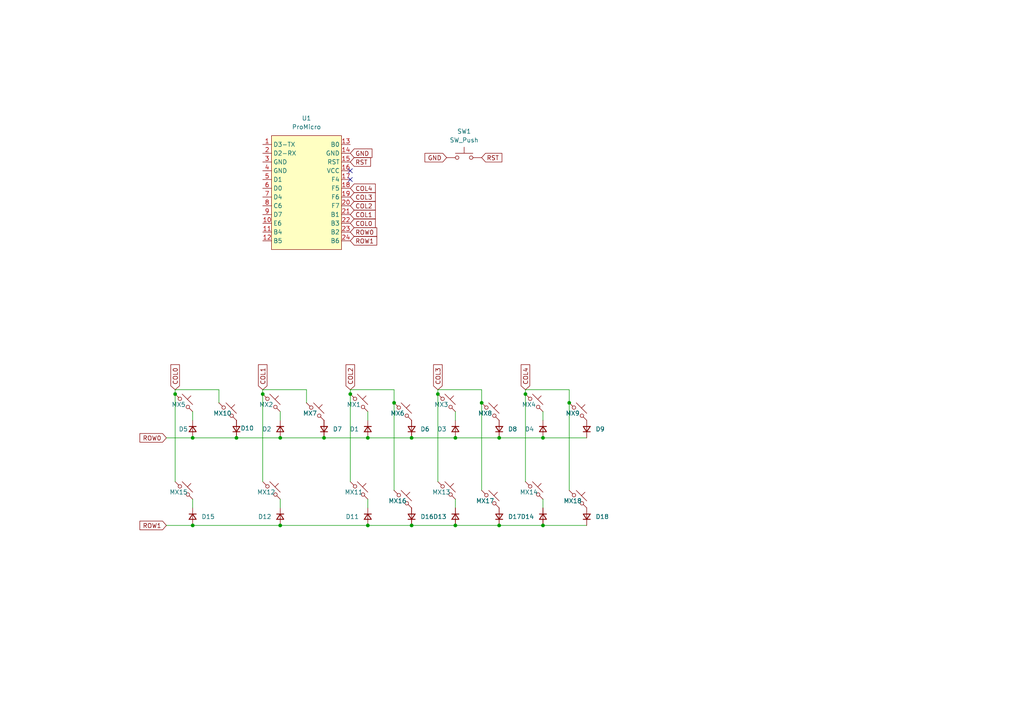
<source format=kicad_sch>
(kicad_sch (version 20250114) (generator "eeschema") (generator_version "9.0")
  (paper "A4")
  (lib_symbols
    (symbol "Device:D_Small" (pin_numbers (hide yes)) (pin_names (offset 0.254) (hide yes))
      (property "Reference" "D" (at -1.27 2.032 0))
      (property "Value" "D_Small" (at -3.81 -2.032 0))
      (symbol "D_Small_0_1"
        (polyline (pts (xy -0.762 0) (xy 0.762 0)))
        (polyline (pts (xy -0.762 -1.016) (xy -0.762 1.016)) (stroke (width 0.254)))
        (polyline (pts (xy 0.762 -1.016) (xy -0.762 0) (xy 0.762 1.016) (xy 0.762 -1.016)) (stroke (width 0.254)))
      )
      (symbol "D_Small_1_1"
        (pin passive line (at -2.54 0 0) (length 1.778) (name "K") (number "1"))
        (pin passive line (at 2.54 0 180) (length 1.778) (name "A") (number "2"))
      )
    )
    (symbol "Switch:SW_Push" (pin_numbers (hide yes)) (pin_names (offset 1.016) (hide yes))
      (property "Reference" "SW" (at 1.27 2.54 0))
      (property "Value" "SW_Push" (at 0 -1.524 0))
      (symbol "SW_Push_0_1"
        (circle (center -2.032 0) (radius 0.508))
        (polyline (pts (xy 0 1.27) (xy 0 3.048)))
        (circle (center 2.032 0) (radius 0.508))
        (polyline (pts (xy 2.54 1.27) (xy -2.54 1.27)))
        (pin passive line (at -5.08 0 0) (length 2.54) (name "1") (number "1"))
        (pin passive line (at 5.08 0 180) (length 2.54) (name "2") (number "2"))
      )
    )
    (symbol "marbastlib-mx:MX_SW_solder" (pin_numbers (hide yes)) (pin_names (offset 1.016) (hide yes))
      (property "Reference" "MX" (at 3.048 1.016 0))
      (property "Value" "MX_SW_solder" (at 0 -3.81 0))
      (symbol "MX_SW_solder_0_1"
        (polyline (pts (xy -2.54 2.54) (xy -1.524 1.524) (xy -1.524 1.524)))
        (circle (center -1.1684 1.1684) (radius 0.508))
        (polyline (pts (xy -0.508 2.54) (xy 2.54 -0.508)))
        (polyline (pts (xy 1.016 1.016) (xy 2.032 2.032)))
        (circle (center 1.143 -1.1938) (radius 0.508))
        (polyline (pts (xy 1.524 -1.524) (xy 2.54 -2.54) (xy 2.54 -2.54) (xy 2.54 -2.54)))
        (pin passive line (at -2.54 2.54 0) (length 0) (name "1") (number "1"))
        (pin passive line (at 2.54 -2.54 180) (length 0) (name "2") (number "2"))
      )
    )
    (symbol "marbastlib-promicroish:Arduino_ProMicro" (in_bom no)
      (property "Reference" "U" (at 0 20.32 0))
      (property "Value" "ProMicro" (at 0 17.78 0))
      (symbol "Arduino_ProMicro_0_0"
        (pin bidirectional line (at -12.7 13.97 0) (length 2.54) (name "D3-TX") (number "1"))
        (pin bidirectional line (at -12.7 11.43 0) (length 2.54) (name "D2-RX") (number "2"))
        (pin power_out line (at -12.7 8.89 0) (length 2.54) (name "GND") (number "3"))
        (pin power_out line (at -12.7 6.35 0) (length 2.54) (name "GND") (number "4"))
        (pin bidirectional line (at -12.7 3.81 0) (length 2.54) (name "D1") (number "5"))
        (pin bidirectional line (at -12.7 1.27 0) (length 2.54) (name "D0") (number "6"))
        (pin bidirectional line (at -12.7 -1.27 0) (length 2.54) (name "D4") (number "7"))
        (pin bidirectional line (at -12.7 -3.81 0) (length 2.54) (name "C6") (number "8"))
        (pin bidirectional line (at -12.7 -6.35 0) (length 2.54) (name "D7") (number "9"))
        (pin bidirectional line (at -12.7 -8.89 0) (length 2.54) (name "E6") (number "10"))
        (pin bidirectional line (at -12.7 -11.43 0) (length 2.54) (name "B4") (number "11"))
        (pin bidirectional line (at -12.7 -13.97 0) (length 2.54) (name "B5") (number "12"))
        (pin power_out line (at 12.7 11.43 180) (length 2.54) (name "GND") (number "14"))
        (pin bidirectional line (at 12.7 8.89 180) (length 2.54) (name "RST") (number "15"))
        (pin bidirectional line (at 12.7 3.81 180) (length 2.54) (name "F4") (number "17"))
        (pin bidirectional line (at 12.7 1.27 180) (length 2.54) (name "F5") (number "18"))
        (pin bidirectional line (at 12.7 -1.27 180) (length 2.54) (name "F6") (number "19"))
        (pin bidirectional line (at 12.7 -3.81 180) (length 2.54) (name "F7") (number "20"))
        (pin bidirectional line (at 12.7 -6.35 180) (length 2.54) (name "B1") (number "21"))
        (pin bidirectional line (at 12.7 -8.89 180) (length 2.54) (name "B3") (number "22"))
        (pin bidirectional line (at 12.7 -11.43 180) (length 2.54) (name "B2") (number "23"))
        (pin bidirectional line (at 12.7 -13.97 180) (length 2.54) (name "B6") (number "24"))
      )
      (symbol "Arduino_ProMicro_1_0"
        (pin bidirectional line (at 12.7 13.97 180) (length 2.54) (name "B0") (number "13"))
        (pin power_out line (at 12.7 6.35 180) (length 2.54) (name "VCC") (number "16"))
      )
      (symbol "Arduino_ProMicro_1_1"
        (rectangle (start -10.16 16.51) (end 10.16 -16.51) (fill (type background)))
      )
    )
  )
  (junction (at 106.68 127))
  (junction (at 139.7 116.84))
  (junction (at 106.68 152.4))
  (junction (at 114.3 116.84))
  (junction (at 144.78 152.4))
  (junction (at 132.08 152.4))
  (junction (at 157.48 127))
  (junction (at 165.1 116.84))
  (junction (at 76.2 114.3))
  (junction (at 132.08 127))
  (junction (at 81.28 152.4))
  (junction (at 50.8 114.3))
  (junction (at 119.38 152.4))
  (junction (at 68.58 127))
  (junction (at 93.98 127))
  (junction (at 152.4 114.3))
  (junction (at 127 114.3))
  (junction (at 144.78 127))
  (junction (at 81.28 127))
  (junction (at 119.38 127))
  (junction (at 157.48 152.4))
  (junction (at 55.88 127))
  (junction (at 101.6 114.3))
  (junction (at 55.88 152.4))
  (no_connect (at 101.6 49.53))
  (no_connect (at 101.6 52.07))
  (wire (pts (xy 50.8 113.03) (xy 50.8 114.3)))
  (wire (pts (xy 157.48 127) (xy 170.18 127)))
  (wire (pts (xy 63.5 113.03) (xy 50.8 113.03)))
  (wire (pts (xy 63.5 116.84) (xy 63.5 113.03)))
  (wire (pts (xy 165.1 116.84) (xy 165.1 113.03)))
  (wire (pts (xy 132.08 152.4) (xy 144.78 152.4)))
  (wire (pts (xy 55.88 121.92) (xy 55.88 119.38)))
  (wire (pts (xy 165.1 113.03) (xy 152.4 113.03)))
  (wire (pts (xy 81.28 121.92) (xy 81.28 119.38)))
  (wire (pts (xy 152.4 114.3) (xy 152.4 139.7)))
  (wire (pts (xy 88.9 113.03) (xy 76.2 113.03)))
  (wire (pts (xy 132.08 147.32) (xy 132.08 144.78)))
  (wire (pts (xy 106.68 121.92) (xy 106.68 119.38)))
  (wire (pts (xy 152.4 113.03) (xy 152.4 114.3)))
  (wire (pts (xy 114.3 113.03) (xy 101.6 113.03)))
  (wire (pts (xy 48.26 127) (xy 55.88 127)))
  (wire (pts (xy 157.48 147.32) (xy 157.48 144.78)))
  (wire (pts (xy 127 113.03) (xy 127 114.3)))
  (wire (pts (xy 48.26 152.4) (xy 55.88 152.4)))
  (wire (pts (xy 139.7 116.84) (xy 139.7 113.03)))
  (wire (pts (xy 55.88 127) (xy 68.58 127)))
  (wire (pts (xy 81.28 147.32) (xy 81.28 144.78)))
  (wire (pts (xy 157.48 121.92) (xy 157.48 119.38)))
  (wire (pts (xy 114.3 116.84) (xy 114.3 142.24)))
  (wire (pts (xy 119.38 152.4) (xy 132.08 152.4)))
  (wire (pts (xy 81.28 152.4) (xy 106.68 152.4)))
  (wire (pts (xy 81.28 127) (xy 68.58 127)))
  (wire (pts (xy 114.3 116.84) (xy 114.3 113.03)))
  (wire (pts (xy 101.6 113.03) (xy 101.6 114.3)))
  (wire (pts (xy 139.7 116.84) (xy 139.7 142.24)))
  (wire (pts (xy 101.6 114.3) (xy 101.6 139.7)))
  (wire (pts (xy 93.98 127) (xy 106.68 127)))
  (wire (pts (xy 106.68 127) (xy 119.38 127)))
  (wire (pts (xy 50.8 114.3) (xy 50.8 139.7)))
  (wire (pts (xy 165.1 116.84) (xy 165.1 142.24)))
  (wire (pts (xy 88.9 116.84) (xy 88.9 113.03)))
  (wire (pts (xy 157.48 152.4) (xy 170.18 152.4)))
  (wire (pts (xy 144.78 127) (xy 157.48 127)))
  (wire (pts (xy 139.7 113.03) (xy 127 113.03)))
  (wire (pts (xy 93.98 127) (xy 81.28 127)))
  (wire (pts (xy 76.2 114.3) (xy 76.2 139.7)))
  (wire (pts (xy 106.68 147.32) (xy 106.68 144.78)))
  (wire (pts (xy 132.08 127) (xy 144.78 127)))
  (wire (pts (xy 106.68 152.4) (xy 119.38 152.4)))
  (wire (pts (xy 119.38 127) (xy 132.08 127)))
  (wire (pts (xy 55.88 152.4) (xy 81.28 152.4)))
  (wire (pts (xy 132.08 121.92) (xy 132.08 119.38)))
  (wire (pts (xy 76.2 113.03) (xy 76.2 114.3)))
  (wire (pts (xy 55.88 147.32) (xy 55.88 144.78)))
  (wire (pts (xy 127 114.3) (xy 127 139.7)))
  (wire (pts (xy 144.78 152.4) (xy 157.48 152.4)))
  (global_label "ROW1" (shape input) (at 101.6 69.85 0) (property "Intersheetrefs" "${INTERSHEET_REFS}" (effects (hide yes))))
  (global_label "ROW0" (shape input) (at 101.6 67.31 0) (property "Intersheetrefs" "${INTERSHEET_REFS}" (effects (hide yes))))
  (global_label "GND" (shape input) (at 101.6 44.45 0) (property "Intersheetrefs" "${INTERSHEET_REFS}" (effects (hide yes))))
  (global_label "COL0" (shape input) (at 50.8 113.03 90) (property "Intersheetrefs" "${INTERSHEET_REFS}" (effects (hide yes))))
  (global_label "COL0" (shape input) (at 101.6 64.77 0) (property "Intersheetrefs" "${INTERSHEET_REFS}" (effects (hide yes))))
  (global_label "COL1" (shape input) (at 76.2 113.03 90) (property "Intersheetrefs" "${INTERSHEET_REFS}" (effects (hide yes))))
  (global_label "COL3" (shape input) (at 101.6 57.15 0) (property "Intersheetrefs" "${INTERSHEET_REFS}" (effects (hide yes))))
  (global_label "COL2" (shape input) (at 101.6 113.03 90) (property "Intersheetrefs" "${INTERSHEET_REFS}" (effects (hide yes))))
  (global_label "COL4" (shape input) (at 152.4 113.03 90) (property "Intersheetrefs" "${INTERSHEET_REFS}" (effects (hide yes))))
  (global_label "RST" (shape input) (at 101.6 46.99 0) (property "Intersheetrefs" "${INTERSHEET_REFS}" (effects (hide yes))))
  (global_label "COL1" (shape input) (at 101.6 62.23 0) (property "Intersheetrefs" "${INTERSHEET_REFS}" (effects (hide yes))))
  (global_label "COL4" (shape input) (at 101.6 54.61 0) (property "Intersheetrefs" "${INTERSHEET_REFS}" (effects (hide yes))))
  (global_label "ROW1" (shape input) (at 48.26 152.4 180) (property "Intersheetrefs" "${INTERSHEET_REFS}" (effects (hide yes))))
  (global_label "COL3" (shape input) (at 127 113.03 90) (property "Intersheetrefs" "${INTERSHEET_REFS}" (effects (hide yes))))
  (global_label "ROW0" (shape input) (at 48.26 127 180) (property "Intersheetrefs" "${INTERSHEET_REFS}" (effects (hide yes))))
  (global_label "COL2" (shape input) (at 101.6 59.69 0) (property "Intersheetrefs" "${INTERSHEET_REFS}" (effects (hide yes))))
  (global_label "RST" (shape input) (at 139.7 45.72 0) (property "Intersheetrefs" "${INTERSHEET_REFS}" (effects (hide yes))))
  (global_label "GND" (shape input) (at 129.54 45.72 180) (property "Intersheetrefs" "${INTERSHEET_REFS}" (effects (hide yes))))
  (symbol (lib_id "marbastlib-mx:MX_SW_solder") (at 53.34 116.84 0) (unit 1)
    (property "Reference" "MX5" (at 51.816 117.348 0))
    (property "Value" "MX_SW_solder" (effects (hide yes)))
    (property "Footprint" "marbastlib-mx:SW_MX_1u_rev" (effects (hide yes)))
    (property "Description" "Push button switch, normally open, two pins, 45° tilted" (effects (hide yes)))
  )
  (symbol (lib_id "marbastlib-mx:MX_SW_solder") (at 129.54 116.84 0) (unit 1)
    (property "Reference" "MX3" (at 128.016 117.348 0))
    (property "Value" "MX_SW_solder" (effects (hide yes)))
    (property "Footprint" "marbastlib-mx:SW_MX_1u_rev" (effects (hide yes)))
    (property "Description" "Push button switch, normally open, two pins, 45° tilted" (effects (hide yes)))
  )
  (symbol (lib_id "Device:D_Small") (at 93.98 124.46 90) (unit 1)
    (property "Reference" "D7" (at 96.52 124.4599 90) (effects (justify right)))
    (property "Value" "D_Small" (effects (hide yes)))
    (property "Footprint" "Diode_THT:D_A-405_P7.62mm_Horizontal" (effects (hide yes)))
    (property "Description" "Diode, small symbol" (effects (hide yes)))
    (property "Sim.Device" "D" (effects (hide yes)))
    (property "Sim.Pins" "1=K 2=A" (effects (hide yes)))
  )
  (symbol (lib_id "marbastlib-mx:MX_SW_solder") (at 154.94 142.24 0) (unit 1)
    (property "Reference" "MX14" (at 153.416 142.748 0))
    (property "Value" "MX_SW_solder" (effects (hide yes)))
    (property "Footprint" "marbastlib-mx:SW_MX_1u_rev" (effects (hide yes)))
    (property "Description" "Push button switch, normally open, two pins, 45° tilted" (effects (hide yes)))
  )
  (symbol (lib_id "marbastlib-mx:MX_SW_solder") (at 104.14 116.84 0) (unit 1)
    (property "Reference" "MX1" (at 102.616 117.348 0))
    (property "Value" "MX_SW_solder" (effects (hide yes)))
    (property "Footprint" "marbastlib-mx:SW_MX_1u_rev" (effects (hide yes)))
    (property "Description" "Push button switch, normally open, two pins, 45° tilted" (effects (hide yes)))
  )
  (symbol (lib_id "Device:D_Small") (at 157.48 149.86 270) (unit 1)
    (property "Reference" "D14" (at 154.94 149.8599 90) (effects (justify right)))
    (property "Value" "D_Small" (effects (hide yes)))
    (property "Footprint" "Diode_THT:D_A-405_P7.62mm_Horizontal" (effects (hide yes)))
    (property "Description" "Diode, small symbol" (effects (hide yes)))
    (property "Sim.Device" "D" (effects (hide yes)))
    (property "Sim.Pins" "1=K 2=A" (effects (hide yes)))
  )
  (symbol (lib_id "marbastlib-promicroish:Arduino_ProMicro") (at 88.9 55.88 0) (unit 1) (in_bom no)
    (property "Reference" "U1" (at 88.9 34.29 0))
    (property "Value" "ProMicro" (at 88.9 36.83 0))
    (property "Footprint" "marbastlib-xp-promicroish:ProMicro_Reversible_Single" (effects (hide yes)))
    (property "Description" "Symbol for an Arduino Pro Micro" (effects (hide yes)))
  )
  (symbol (lib_id "Device:D_Small") (at 55.88 149.86 270) (unit 1)
    (property "Reference" "D15" (at 58.42 149.8599 90) (effects (justify left)))
    (property "Value" "D_Small" (effects (hide yes)))
    (property "Footprint" "Diode_THT:D_A-405_P7.62mm_Horizontal" (effects (hide yes)))
    (property "Description" "Diode, small symbol" (effects (hide yes)))
    (property "Sim.Device" "D" (effects (hide yes)))
    (property "Sim.Pins" "1=K 2=A" (effects (hide yes)))
  )
  (symbol (lib_id "marbastlib-mx:MX_SW_solder") (at 142.24 119.38 0) (unit 1)
    (property "Reference" "MX8" (at 140.716 119.888 0))
    (property "Value" "MX_SW_solder" (effects (hide yes)))
    (property "Footprint" "marbastlib-mx:SW_MX_1u_rev" (effects (hide yes)))
    (property "Description" "Push button switch, normally open, two pins, 45° tilted" (effects (hide yes)))
  )
  (symbol (lib_id "Device:D_Small") (at 170.18 124.46 90) (unit 1)
    (property "Reference" "D9" (at 172.72 124.4599 90) (effects (justify right)))
    (property "Value" "D_Small" (effects (hide yes)))
    (property "Footprint" "Diode_THT:D_A-405_P7.62mm_Horizontal" (effects (hide yes)))
    (property "Description" "Diode, small symbol" (effects (hide yes)))
    (property "Sim.Device" "D" (effects (hide yes)))
    (property "Sim.Pins" "1=K 2=A" (effects (hide yes)))
  )
  (symbol (lib_id "marbastlib-mx:MX_SW_solder") (at 104.14 142.24 0) (unit 1)
    (property "Reference" "MX11" (at 102.616 142.748 0))
    (property "Value" "MX_SW_solder" (effects (hide yes)))
    (property "Footprint" "marbastlib-mx:SW_MX_1u_rev" (effects (hide yes)))
    (property "Description" "Push button switch, normally open, two pins, 45° tilted" (effects (hide yes)))
  )
  (symbol (lib_id "marbastlib-mx:MX_SW_solder") (at 78.74 116.84 0) (unit 1)
    (property "Reference" "MX2" (at 77.216 117.348 0))
    (property "Value" "MX_SW_solder" (effects (hide yes)))
    (property "Footprint" "marbastlib-mx:SW_MX_1u_rev" (effects (hide yes)))
    (property "Description" "Push button switch, normally open, two pins, 45° tilted" (effects (hide yes)))
  )
  (symbol (lib_id "Device:D_Small") (at 132.08 149.86 270) (unit 1)
    (property "Reference" "D13" (at 129.54 149.8599 90) (effects (justify right)))
    (property "Value" "D_Small" (effects (hide yes)))
    (property "Footprint" "Diode_THT:D_A-405_P7.62mm_Horizontal" (effects (hide yes)))
    (property "Description" "Diode, small symbol" (effects (hide yes)))
    (property "Sim.Device" "D" (effects (hide yes)))
    (property "Sim.Pins" "1=K 2=A" (effects (hide yes)))
  )
  (symbol (lib_id "marbastlib-mx:MX_SW_solder") (at 116.84 119.38 0) (unit 1)
    (property "Reference" "MX6" (at 115.316 119.888 0))
    (property "Value" "MX_SW_solder" (effects (hide yes)))
    (property "Footprint" "marbastlib-mx:SW_MX_1u_rev" (effects (hide yes)))
    (property "Description" "Push button switch, normally open, two pins, 45° tilted" (effects (hide yes)))
  )
  (symbol (lib_id "Device:D_Small") (at 119.38 124.46 90) (unit 1)
    (property "Reference" "D6" (at 121.92 124.4599 90) (effects (justify right)))
    (property "Value" "D_Small" (effects (hide yes)))
    (property "Footprint" "Diode_THT:D_A-405_P7.62mm_Horizontal" (effects (hide yes)))
    (property "Description" "Diode, small symbol" (effects (hide yes)))
    (property "Sim.Device" "D" (effects (hide yes)))
    (property "Sim.Pins" "1=K 2=A" (effects (hide yes)))
  )
  (symbol (lib_id "Device:D_Small") (at 68.58 124.46 90) (unit 1)
    (property "Reference" "D10" (at 73.66 124.206 90) (effects (justify left)))
    (property "Value" "D_Small" (effects (hide yes)))
    (property "Footprint" "Diode_THT:D_A-405_P7.62mm_Horizontal" (effects (hide yes)))
    (property "Description" "Diode, small symbol" (effects (hide yes)))
    (property "Sim.Device" "D" (effects (hide yes)))
    (property "Sim.Pins" "1=K 2=A" (effects (hide yes)))
  )
  (symbol (lib_id "marbastlib-mx:MX_SW_solder") (at 91.44 119.38 0) (unit 1)
    (property "Reference" "MX7" (at 89.916 119.888 0))
    (property "Value" "MX_SW_solder" (effects (hide yes)))
    (property "Footprint" "marbastlib-mx:SW_MX_1u_rev" (effects (hide yes)))
    (property "Description" "Push button switch, normally open, two pins, 45° tilted" (effects (hide yes)))
  )
  (symbol (lib_id "marbastlib-mx:MX_SW_solder") (at 53.34 142.24 0) (unit 1)
    (property "Reference" "MX15" (at 51.816 142.748 0))
    (property "Value" "MX_SW_solder" (effects (hide yes)))
    (property "Footprint" "marbastlib-mx:SW_MX_1u_rev" (effects (hide yes)))
    (property "Description" "Push button switch, normally open, two pins, 45° tilted" (effects (hide yes)))
  )
  (symbol (lib_id "marbastlib-mx:MX_SW_solder") (at 129.54 142.24 0) (unit 1)
    (property "Reference" "MX13" (at 128.016 142.748 0))
    (property "Value" "MX_SW_solder" (effects (hide yes)))
    (property "Footprint" "marbastlib-mx:SW_MX_1u_rev" (effects (hide yes)))
    (property "Description" "Push button switch, normally open, two pins, 45° tilted" (effects (hide yes)))
  )
  (symbol (lib_id "Device:D_Small") (at 106.68 149.86 270) (unit 1)
    (property "Reference" "D11" (at 104.14 149.8599 90) (effects (justify right)))
    (property "Value" "D_Small" (effects (hide yes)))
    (property "Footprint" "Diode_THT:D_A-405_P7.62mm_Horizontal" (effects (hide yes)))
    (property "Description" "Diode, small symbol" (effects (hide yes)))
    (property "Sim.Device" "D" (effects (hide yes)))
    (property "Sim.Pins" "1=K 2=A" (effects (hide yes)))
  )
  (symbol (lib_id "Device:D_Small") (at 157.48 124.46 270) (unit 1)
    (property "Reference" "D4" (at 154.94 124.4599 90) (effects (justify right)))
    (property "Value" "D_Small" (effects (hide yes)))
    (property "Footprint" "Diode_THT:D_A-405_P7.62mm_Horizontal" (effects (hide yes)))
    (property "Description" "Diode, small symbol" (effects (hide yes)))
    (property "Sim.Device" "D" (effects (hide yes)))
    (property "Sim.Pins" "1=K 2=A" (effects (hide yes)))
  )
  (symbol (lib_id "Device:D_Small") (at 170.18 149.86 90) (unit 1)
    (property "Reference" "D18" (at 172.72 149.8599 90) (effects (justify right)))
    (property "Value" "D_Small" (effects (hide yes)))
    (property "Footprint" "Diode_THT:D_A-405_P7.62mm_Horizontal" (effects (hide yes)))
    (property "Description" "Diode, small symbol" (effects (hide yes)))
    (property "Sim.Device" "D" (effects (hide yes)))
    (property "Sim.Pins" "1=K 2=A" (effects (hide yes)))
  )
  (symbol (lib_id "Device:D_Small") (at 55.88 124.46 270) (unit 1)
    (property "Reference" "D5" (at 51.816 124.46 90) (effects (justify left)))
    (property "Value" "D_Small" (effects (hide yes)))
    (property "Footprint" "Diode_THT:D_A-405_P7.62mm_Horizontal" (effects (hide yes)))
    (property "Description" "Diode, small symbol" (effects (hide yes)))
    (property "Sim.Device" "D" (effects (hide yes)))
    (property "Sim.Pins" "1=K 2=A" (effects (hide yes)))
  )
  (symbol (lib_id "marbastlib-mx:MX_SW_solder") (at 66.04 119.38 0) (unit 1)
    (property "Reference" "MX10" (at 64.516 119.888 0))
    (property "Value" "MX_SW_solder" (effects (hide yes)))
    (property "Footprint" "marbastlib-mx:SW_MX_1u_rev" (effects (hide yes)))
    (property "Description" "Push button switch, normally open, two pins, 45° tilted" (effects (hide yes)))
  )
  (symbol (lib_id "marbastlib-mx:MX_SW_solder") (at 78.74 142.24 0) (unit 1)
    (property "Reference" "MX12" (at 77.216 142.748 0))
    (property "Value" "MX_SW_solder" (effects (hide yes)))
    (property "Footprint" "marbastlib-mx:SW_MX_1u_rev" (effects (hide yes)))
    (property "Description" "Push button switch, normally open, two pins, 45° tilted" (effects (hide yes)))
  )
  (symbol (lib_id "Device:D_Small") (at 132.08 124.46 270) (unit 1)
    (property "Reference" "D3" (at 129.54 124.4599 90) (effects (justify right)))
    (property "Value" "D_Small" (effects (hide yes)))
    (property "Footprint" "Diode_THT:D_A-405_P7.62mm_Horizontal" (effects (hide yes)))
    (property "Description" "Diode, small symbol" (effects (hide yes)))
    (property "Sim.Device" "D" (effects (hide yes)))
    (property "Sim.Pins" "1=K 2=A" (effects (hide yes)))
  )
  (symbol (lib_id "Device:D_Small") (at 144.78 124.46 90) (unit 1)
    (property "Reference" "D8" (at 147.32 124.4599 90) (effects (justify right)))
    (property "Value" "D_Small" (effects (hide yes)))
    (property "Footprint" "Diode_THT:D_A-405_P7.62mm_Horizontal" (effects (hide yes)))
    (property "Description" "Diode, small symbol" (effects (hide yes)))
    (property "Sim.Device" "D" (effects (hide yes)))
    (property "Sim.Pins" "1=K 2=A" (effects (hide yes)))
  )
  (symbol (lib_id "marbastlib-mx:MX_SW_solder") (at 167.64 119.38 0) (unit 1)
    (property "Reference" "MX9" (at 166.116 119.888 0))
    (property "Value" "MX_SW_solder" (effects (hide yes)))
    (property "Footprint" "marbastlib-mx:SW_MX_1u_rev" (effects (hide yes)))
    (property "Description" "Push button switch, normally open, two pins, 45° tilted" (effects (hide yes)))
  )
  (symbol (lib_id "marbastlib-mx:MX_SW_solder") (at 142.24 144.78 0) (unit 1)
    (property "Reference" "MX17" (at 140.716 145.288 0))
    (property "Value" "MX_SW_solder" (effects (hide yes)))
    (property "Footprint" "marbastlib-mx:SW_MX_1u_rev" (effects (hide yes)))
    (property "Description" "Push button switch, normally open, two pins, 45° tilted" (effects (hide yes)))
  )
  (symbol (lib_id "Device:D_Small") (at 81.28 124.46 270) (unit 1)
    (property "Reference" "D2" (at 78.74 124.4599 90) (effects (justify right)))
    (property "Value" "D_Small" (effects (hide yes)))
    (property "Footprint" "Diode_THT:D_A-405_P7.62mm_Horizontal" (effects (hide yes)))
    (property "Description" "Diode, small symbol" (effects (hide yes)))
    (property "Sim.Device" "D" (effects (hide yes)))
    (property "Sim.Pins" "1=K 2=A" (effects (hide yes)))
  )
  (symbol (lib_id "Device:D_Small") (at 119.38 149.86 90) (unit 1)
    (property "Reference" "D16" (at 121.92 149.8599 90) (effects (justify right)))
    (property "Value" "D_Small" (effects (hide yes)))
    (property "Footprint" "Diode_THT:D_A-405_P7.62mm_Horizontal" (effects (hide yes)))
    (property "Description" "Diode, small symbol" (effects (hide yes)))
    (property "Sim.Device" "D" (effects (hide yes)))
    (property "Sim.Pins" "1=K 2=A" (effects (hide yes)))
  )
  (symbol (lib_id "Device:D_Small") (at 106.68 124.46 270) (unit 1)
    (property "Reference" "D1" (at 104.14 124.4599 90) (effects (justify right)))
    (property "Value" "D_Small" (effects (hide yes)))
    (property "Footprint" "Diode_THT:D_A-405_P7.62mm_Horizontal" (effects (hide yes)))
    (property "Description" "Diode, small symbol" (effects (hide yes)))
    (property "Sim.Device" "D" (effects (hide yes)))
    (property "Sim.Pins" "1=K 2=A" (effects (hide yes)))
  )
  (symbol (lib_id "Switch:SW_Push") (at 134.62 45.72 0) (unit 1)
    (property "Reference" "SW1" (at 134.62 38.1 0))
    (property "Value" "SW_Push" (at 134.62 40.64 0))
    (property "Footprint" "Button_Switch_THT:SW_PUSH_6mm" (effects (hide yes)))
    (property "Description" "Push button switch, generic, two pins" (effects (hide yes)))
  )
  (symbol (lib_id "marbastlib-mx:MX_SW_solder") (at 116.84 144.78 0) (unit 1)
    (property "Reference" "MX16" (at 115.316 145.288 0))
    (property "Value" "MX_SW_solder" (effects (hide yes)))
    (property "Footprint" "marbastlib-mx:SW_MX_1u_rev" (effects (hide yes)))
    (property "Description" "Push button switch, normally open, two pins, 45° tilted" (effects (hide yes)))
  )
  (symbol (lib_id "Device:D_Small") (at 81.28 149.86 270) (unit 1)
    (property "Reference" "D12" (at 78.74 149.8599 90) (effects (justify right)))
    (property "Value" "D_Small" (effects (hide yes)))
    (property "Footprint" "Diode_THT:D_A-405_P7.62mm_Horizontal" (effects (hide yes)))
    (property "Description" "Diode, small symbol" (effects (hide yes)))
    (property "Sim.Device" "D" (effects (hide yes)))
    (property "Sim.Pins" "1=K 2=A" (effects (hide yes)))
  )
  (symbol (lib_id "Device:D_Small") (at 144.78 149.86 90) (unit 1)
    (property "Reference" "D17" (at 147.32 149.8599 90) (effects (justify right)))
    (property "Value" "D_Small" (effects (hide yes)))
    (property "Footprint" "Diode_THT:D_A-405_P7.62mm_Horizontal" (effects (hide yes)))
    (property "Description" "Diode, small symbol" (effects (hide yes)))
    (property "Sim.Device" "D" (effects (hide yes)))
    (property "Sim.Pins" "1=K 2=A" (effects (hide yes)))
  )
  (symbol (lib_id "marbastlib-mx:MX_SW_solder") (at 167.64 144.78 0) (unit 1)
    (property "Reference" "MX18" (at 166.116 145.288 0))
    (property "Value" "MX_SW_solder" (effects (hide yes)))
    (property "Footprint" "marbastlib-mx:SW_MX_1u_rev" (effects (hide yes)))
    (property "Description" "Push button switch, normally open, two pins, 45° tilted" (effects (hide yes)))
  )
  (symbol (lib_id "marbastlib-mx:MX_SW_solder") (at 154.94 116.84 0) (unit 1)
    (property "Reference" "MX4" (at 153.416 117.348 0))
    (property "Value" "MX_SW_solder" (effects (hide yes)))
    (property "Footprint" "marbastlib-mx:SW_MX_1u_rev" (effects (hide yes)))
    (property "Description" "Push button switch, normally open, two pins, 45° tilted" (effects (hide yes)))
  )
)
</source>
